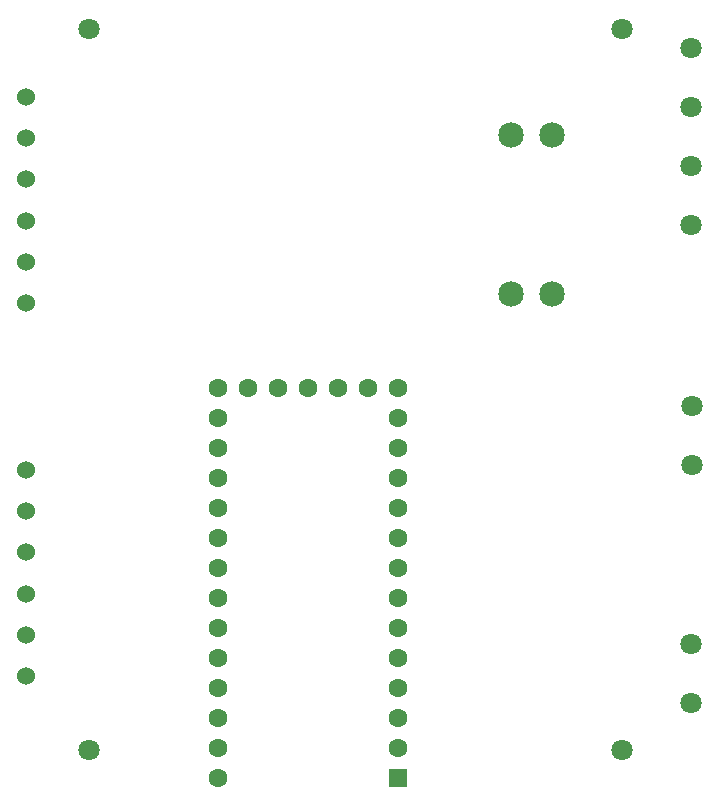
<source format=gbr>
%TF.GenerationSoftware,KiCad,Pcbnew,(5.1.9)-1*%
<<<<<<< HEAD:exports/Gerbers/4runner-Seat-Heat-PCB-Rev02/4runner-seat-heat-B_Mask.gbr
%TF.CreationDate,2022-03-20T14:43:19-04:00*%
=======
%TF.CreationDate,2022-12-24T12:33:20-05:00*%
>>>>>>> better-backligh-control:exports/Gerbers/4runner-Seat-Heat-PCB-Rev03/4runner-seat-heat-B_Mask.gbr
%TF.ProjectId,4runner-seat-heat,3472756e-6e65-4722-9d73-6561742d6865,rev?*%
%TF.SameCoordinates,Original*%
%TF.FileFunction,Soldermask,Bot*%
%TF.FilePolarity,Negative*%
%FSLAX46Y46*%
G04 Gerber Fmt 4.6, Leading zero omitted, Abs format (unit mm)*
<<<<<<< HEAD:exports/Gerbers/4runner-Seat-Heat-PCB-Rev02/4runner-seat-heat-B_Mask.gbr
G04 Created by KiCad (PCBNEW (5.1.9)-1) date 2022-03-20 14:43:19*
=======
G04 Created by KiCad (PCBNEW (5.1.9)-1) date 2022-12-24 12:33:20*
>>>>>>> better-backligh-control:exports/Gerbers/4runner-Seat-Heat-PCB-Rev03/4runner-seat-heat-B_Mask.gbr
%MOMM*%
%LPD*%
G01*
G04 APERTURE LIST*
%ADD10C,1.800000*%
%ADD11C,1.600000*%
%ADD12R,1.600000X1.600000*%
%ADD13C,2.159000*%
%ADD14C,1.524000*%
G04 APERTURE END LIST*
D10*
<<<<<<< HEAD:exports/Gerbers/4runner-Seat-Heat-PCB-Rev02/4runner-seat-heat-B_Mask.gbr
%TO.C,Mount1*%
X13309600Y-61711200D03*
%TD*%
%TO.C,Mount4*%
X13309600Y-711200D03*
%TD*%
%TO.C,Mount2*%
X58470800Y-61711200D03*
%TD*%
%TO.C,Mount3*%
X58470800Y-711200D03*
=======
%TO.C,REF\u002A\u002A*%
X64312800Y-2322800D03*
X64312800Y-17322800D03*
X64312800Y-7322800D03*
X64312800Y-12322800D03*
>>>>>>> better-backligh-control:exports/Gerbers/4runner-Seat-Heat-PCB-Rev03/4runner-seat-heat-B_Mask.gbr
%TD*%
D11*
%TO.C,U2*%
X31838900Y-31115000D03*
X29298900Y-31115000D03*
X26758900Y-31115000D03*
X24218900Y-31115000D03*
X34378900Y-31115000D03*
X36918900Y-31115000D03*
X39458900Y-31115000D03*
X24218900Y-33655000D03*
X24218900Y-36195000D03*
X24218900Y-38735000D03*
X24218900Y-41275000D03*
X24218900Y-43815000D03*
X24218900Y-46355000D03*
X24218900Y-48895000D03*
X24218900Y-51435000D03*
X24218900Y-53975000D03*
X24218900Y-56515000D03*
X24218900Y-59055000D03*
X24218900Y-61595000D03*
X24218900Y-64135000D03*
X39458900Y-33655000D03*
X39458900Y-36195000D03*
X39458900Y-38735000D03*
X39458900Y-41275000D03*
X39458900Y-43815000D03*
X39458900Y-46355000D03*
X39458900Y-48895000D03*
X39458900Y-51435000D03*
X39458900Y-53975000D03*
X39458900Y-56515000D03*
X39458900Y-59055000D03*
X39458900Y-61595000D03*
D12*
X39458900Y-64135000D03*
%TD*%
D10*
%TO.C,Left-Heater1*%
X64312800Y-52785000D03*
X64312800Y-57785000D03*
%TD*%
%TO.C,Right-Heater1*%
X64338200Y-32592000D03*
X64338200Y-37592000D03*
%TD*%
D13*
%TO.C,F1*%
X52489100Y-9690100D03*
X52489100Y-23152100D03*
X49085500Y-9690100D03*
X49085500Y-23152100D03*
%TD*%
D14*
%TO.C,J3*%
X8001000Y-23910000D03*
X8001000Y-20410000D03*
X8001000Y-16910000D03*
X8001000Y-13410000D03*
X8001000Y-9910000D03*
X8001000Y-6410000D03*
%TD*%
%TO.C,J8*%
X8001000Y-38007600D03*
X8001000Y-41507600D03*
X8001000Y-45007600D03*
X8001000Y-48507600D03*
X8001000Y-52007600D03*
X8001000Y-55507600D03*
%TD*%
M02*

</source>
